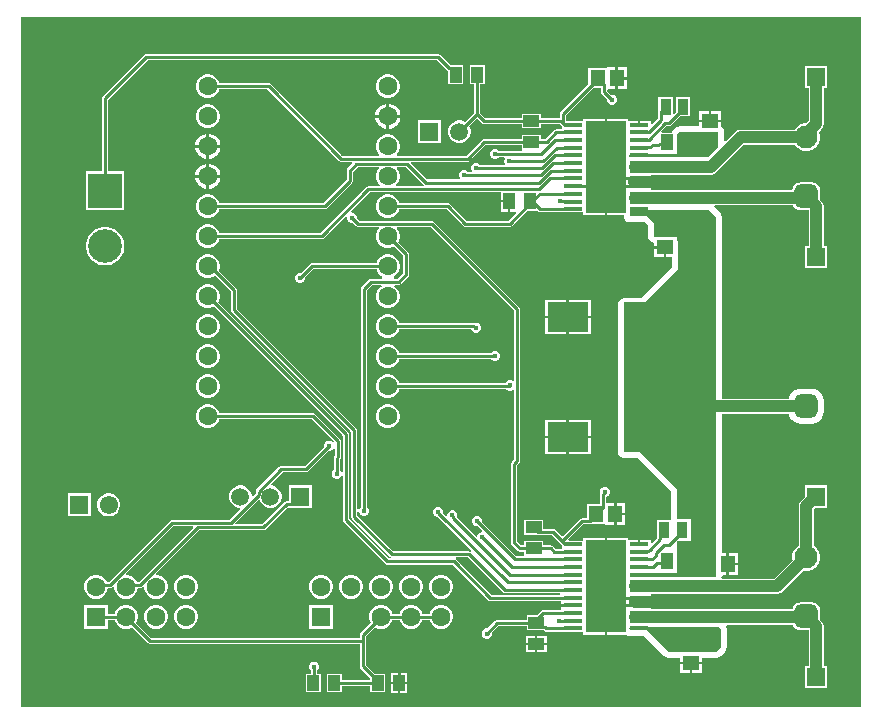
<source format=gbr>
%TF.GenerationSoftware,Altium Limited,Altium Designer,23.9.2 (47)*%
G04 Layer_Physical_Order=1*
G04 Layer_Color=255*
%FSLAX45Y45*%
%MOMM*%
%TF.SameCoordinates,FB2876E6-207A-4176-94B4-128B36F1A8A2*%
%TF.FilePolarity,Positive*%
%TF.FileFunction,Copper,L1,Top,Signal*%
%TF.Part,Single*%
G01*
G75*
%TA.AperFunction,SMDPad,CuDef*%
%ADD10R,1.00000X1.35000*%
%ADD11R,1.45620X1.30464*%
%ADD12R,3.50000X2.50000*%
%ADD13R,1.30464X1.45620*%
%ADD14R,1.35000X1.00000*%
%ADD15R,0.95000X1.35000*%
%ADD16R,1.10000X1.35000*%
%TA.AperFunction,SMDPad,SMDef*%
%ADD17R,3.40000X7.80000*%
%TA.AperFunction,SMDPad,CuDef*%
%ADD18R,1.60000X0.30000*%
%TA.AperFunction,Conductor*%
%ADD19C,1.00000*%
%ADD20C,0.25000*%
%TA.AperFunction,ComponentPad*%
%ADD21C,1.60000*%
%ADD22R,1.60000X1.60000*%
%ADD23R,1.50000X1.50000*%
%ADD24C,1.50000*%
%ADD25C,1.55000*%
%ADD26R,1.55000X1.55000*%
G04:AMPARAMS|DCode=27|XSize=2.4mm|YSize=4.6mm|CornerRadius=1.2mm|HoleSize=0mm|Usage=FLASHONLY|Rotation=0.000|XOffset=0mm|YOffset=0mm|HoleType=Round|Shape=RoundedRectangle|*
%AMROUNDEDRECTD27*
21,1,2.40000,2.20000,0,0,0.0*
21,1,0.00000,4.60000,0,0,0.0*
1,1,2.40000,0.00000,-1.10000*
1,1,2.40000,0.00000,-1.10000*
1,1,2.40000,0.00000,1.10000*
1,1,2.40000,0.00000,1.10000*
%
%ADD27ROUNDEDRECTD27*%
G04:AMPARAMS|DCode=28|XSize=1.95mm|YSize=1.95mm|CornerRadius=0.4875mm|HoleSize=0mm|Usage=FLASHONLY|Rotation=90.000|XOffset=0mm|YOffset=0mm|HoleType=Round|Shape=RoundedRectangle|*
%AMROUNDEDRECTD28*
21,1,1.95000,0.97500,0,0,90.0*
21,1,0.97500,1.95000,0,0,90.0*
1,1,0.97500,0.48750,0.48750*
1,1,0.97500,0.48750,-0.48750*
1,1,0.97500,-0.48750,-0.48750*
1,1,0.97500,-0.48750,0.48750*
%
%ADD28ROUNDEDRECTD28*%
%ADD29C,1.95000*%
%ADD30C,2.85420*%
%ADD31R,2.85420X2.85420*%
%TA.AperFunction,ViaPad*%
%ADD32C,0.50000*%
%ADD33C,0.45000*%
%ADD34C,0.60000*%
G36*
X17780000Y2540000D02*
X10668000D01*
Y8382000D01*
X17780000D01*
Y2540000D01*
D02*
G37*
%LPC*%
G36*
X15795811Y7952809D02*
X15720581D01*
Y7870000D01*
X15795811D01*
Y7952809D01*
D02*
G37*
G36*
X14200002Y8065694D02*
X11730000D01*
X11720167Y8063738D01*
X11711832Y8058168D01*
X11361835Y7708171D01*
X11356265Y7699835D01*
X11354309Y7690003D01*
Y7072612D01*
X11217293D01*
Y6747192D01*
X11542713D01*
Y7072612D01*
X11405696D01*
Y7679360D01*
X11740643Y8014306D01*
X14189359D01*
X14276831Y7926834D01*
X14285167Y7921264D01*
X14287299Y7920840D01*
Y7809802D01*
X14412698D01*
Y7970202D01*
X14314980D01*
X14312498Y7970696D01*
X14305643D01*
X14218169Y8058168D01*
X14209834Y8063738D01*
X14200002Y8065694D01*
D02*
G37*
G36*
X15795811Y7850000D02*
X15720581D01*
Y7767190D01*
X15795811D01*
Y7850000D01*
D02*
G37*
G36*
X13787666Y7894498D02*
X13761336D01*
X13735902Y7887683D01*
X13713100Y7874518D01*
X13694482Y7855899D01*
X13681316Y7833096D01*
X13674501Y7807663D01*
Y7781333D01*
X13681316Y7755900D01*
X13694482Y7733097D01*
X13713100Y7714478D01*
X13735902Y7701313D01*
X13761336Y7694498D01*
X13787666D01*
X13813100Y7701313D01*
X13835902Y7714478D01*
X13854521Y7733097D01*
X13867686Y7755900D01*
X13874501Y7781333D01*
Y7807663D01*
X13867686Y7833096D01*
X13854521Y7855899D01*
X13835902Y7874518D01*
X13813100Y7887683D01*
X13787666Y7894498D01*
D02*
G37*
G36*
X13788377Y7645898D02*
X13787201D01*
Y7553198D01*
X13879901D01*
Y7554374D01*
X13872717Y7581181D01*
X13858842Y7605215D01*
X13839218Y7624839D01*
X13815184Y7638715D01*
X13788377Y7645898D01*
D02*
G37*
G36*
X13761801D02*
X13760625D01*
X13733818Y7638715D01*
X13709784Y7624839D01*
X13690160Y7605215D01*
X13676283Y7581181D01*
X13669101Y7554374D01*
Y7553198D01*
X13761801D01*
Y7645898D01*
D02*
G37*
G36*
X16592812Y7586390D02*
X16510004D01*
Y7511158D01*
X16592812D01*
Y7586390D01*
D02*
G37*
G36*
X16490002D02*
X16407193D01*
Y7511158D01*
X16490002D01*
Y7586390D01*
D02*
G37*
G36*
X12263667Y7640498D02*
X12237336D01*
X12211903Y7633683D01*
X12189100Y7620518D01*
X12170482Y7601899D01*
X12157316Y7579096D01*
X12150501Y7553663D01*
Y7527333D01*
X12157316Y7501900D01*
X12170482Y7479097D01*
X12189100Y7460478D01*
X12211903Y7447313D01*
X12237336Y7440498D01*
X12263667D01*
X12289100Y7447313D01*
X12311902Y7460478D01*
X12330521Y7479097D01*
X12343686Y7501900D01*
X12350501Y7527333D01*
Y7553663D01*
X12343686Y7579096D01*
X12330521Y7601899D01*
X12311902Y7620518D01*
X12289100Y7633683D01*
X12263667Y7640498D01*
D02*
G37*
G36*
X13879901Y7527798D02*
X13787201D01*
Y7435098D01*
X13788377D01*
X13815184Y7442281D01*
X13839218Y7456157D01*
X13858842Y7475781D01*
X13872717Y7499815D01*
X13879901Y7526622D01*
Y7527798D01*
D02*
G37*
G36*
X13761801D02*
X13669101D01*
Y7526622D01*
X13676283Y7499815D01*
X13690160Y7475781D01*
X13709784Y7456157D01*
X13733818Y7442281D01*
X13760625Y7435098D01*
X13761801D01*
Y7527798D01*
D02*
G37*
G36*
X14592699Y7970202D02*
X14467299D01*
Y7809802D01*
X14504305D01*
Y7570638D01*
X14426511Y7492843D01*
X14416670Y7498523D01*
X14392509Y7504998D01*
X14367496D01*
X14343333Y7498523D01*
X14321671Y7486017D01*
X14303983Y7468329D01*
X14291476Y7446666D01*
X14285002Y7422505D01*
Y7397491D01*
X14291476Y7373329D01*
X14303983Y7351667D01*
X14321671Y7333979D01*
X14343333Y7321472D01*
X14367496Y7314998D01*
X14392509D01*
X14416670Y7321472D01*
X14438333Y7333979D01*
X14456020Y7351667D01*
X14468527Y7373329D01*
X14475002Y7397491D01*
Y7422505D01*
X14468527Y7446666D01*
X14462846Y7456506D01*
X14529999Y7523659D01*
X14571831Y7481827D01*
X14580167Y7476257D01*
X14589999Y7474302D01*
X14909802D01*
Y7437295D01*
X15070203D01*
Y7474302D01*
X15231860D01*
X15247301Y7458862D01*
Y7439799D01*
X15247301Y7439798D01*
X15244656Y7428193D01*
X15201254D01*
X15191422Y7426238D01*
X15183086Y7420668D01*
X15108107Y7345689D01*
X15070203D01*
Y7382695D01*
X14909802D01*
Y7345689D01*
X14589995D01*
X14580164Y7343733D01*
X14571828Y7338164D01*
X14440656Y7206992D01*
X13853009D01*
X13848149Y7218725D01*
X13854521Y7225097D01*
X13867686Y7247900D01*
X13874501Y7273333D01*
Y7299663D01*
X13867686Y7325096D01*
X13854521Y7347899D01*
X13835902Y7366518D01*
X13813100Y7379683D01*
X13787666Y7386498D01*
X13761336D01*
X13735902Y7379683D01*
X13713100Y7366518D01*
X13694482Y7347899D01*
X13681316Y7325096D01*
X13674501Y7299663D01*
Y7273333D01*
X13681316Y7247900D01*
X13694482Y7225097D01*
X13700853Y7218725D01*
X13695993Y7206992D01*
X13389345D01*
X12783670Y7812666D01*
X12775335Y7818236D01*
X12765502Y7820192D01*
X12347144D01*
X12343686Y7833096D01*
X12330521Y7855899D01*
X12311902Y7874518D01*
X12289100Y7887683D01*
X12263667Y7894498D01*
X12237336D01*
X12211903Y7887683D01*
X12189100Y7874518D01*
X12170482Y7855899D01*
X12157316Y7833096D01*
X12150501Y7807663D01*
Y7781333D01*
X12157316Y7755900D01*
X12170482Y7733097D01*
X12189100Y7714478D01*
X12211903Y7701313D01*
X12237336Y7694498D01*
X12263667D01*
X12289100Y7701313D01*
X12311902Y7714478D01*
X12330521Y7733097D01*
X12343686Y7755900D01*
X12347144Y7768804D01*
X12754859D01*
X13360535Y7163130D01*
X13368869Y7157560D01*
X13378702Y7155604D01*
X13472675D01*
X13477534Y7143871D01*
X13431831Y7098168D01*
X13426262Y7089833D01*
X13424306Y7080000D01*
Y7000643D01*
X13227855Y6804192D01*
X12347144D01*
X12343686Y6817096D01*
X12330521Y6839899D01*
X12311902Y6858518D01*
X12289100Y6871683D01*
X12263667Y6878498D01*
X12237336D01*
X12211903Y6871683D01*
X12189100Y6858518D01*
X12170482Y6839899D01*
X12157316Y6817096D01*
X12150501Y6791663D01*
Y6765333D01*
X12157316Y6739900D01*
X12170482Y6717097D01*
X12189100Y6698478D01*
X12211903Y6685313D01*
X12237336Y6678498D01*
X12263667D01*
X12289100Y6685313D01*
X12311902Y6698478D01*
X12330521Y6717097D01*
X12343686Y6739900D01*
X12347144Y6752804D01*
X13238498D01*
X13248331Y6754760D01*
X13256667Y6760330D01*
X13468169Y6971832D01*
X13473738Y6980167D01*
X13475694Y6990000D01*
Y7069357D01*
X13518341Y7112004D01*
X13695993D01*
X13700853Y7100271D01*
X13694482Y7093899D01*
X13681316Y7071096D01*
X13674501Y7045663D01*
Y7019333D01*
X13681316Y6993900D01*
X13694482Y6971097D01*
X13707184Y6958394D01*
X13701924Y6945694D01*
X13610001D01*
X13600168Y6943738D01*
X13591833Y6938169D01*
X13203854Y6550192D01*
X12347144D01*
X12343686Y6563096D01*
X12330521Y6585899D01*
X12311902Y6604518D01*
X12289100Y6617683D01*
X12263667Y6624498D01*
X12237336D01*
X12211903Y6617683D01*
X12189100Y6604518D01*
X12170482Y6585899D01*
X12157316Y6563096D01*
X12150501Y6537663D01*
Y6511333D01*
X12157316Y6485900D01*
X12170482Y6463097D01*
X12189100Y6444478D01*
X12211903Y6431313D01*
X12237336Y6424498D01*
X12263667D01*
X12289100Y6431313D01*
X12311902Y6444478D01*
X12330521Y6463097D01*
X12343686Y6485900D01*
X12347144Y6498804D01*
X13214497D01*
X13224332Y6500760D01*
X13232666Y6506330D01*
X13414807Y6688471D01*
X13427499Y6683203D01*
Y6671546D01*
X13433971Y6655926D01*
X13445926Y6643970D01*
X13461546Y6637500D01*
X13476164D01*
X13501833Y6611832D01*
X13510168Y6606262D01*
X13520000Y6604306D01*
X13696295D01*
X13701155Y6592573D01*
X13694482Y6585899D01*
X13681316Y6563096D01*
X13674501Y6537663D01*
Y6511333D01*
X13681316Y6485900D01*
X13694482Y6463097D01*
X13713100Y6444478D01*
X13735902Y6431313D01*
X13761336Y6424498D01*
X13787666D01*
X13813100Y6431313D01*
X13824670Y6437993D01*
X13904306Y6358357D01*
Y6210643D01*
X13859357Y6165694D01*
X13824748D01*
X13822678Y6168178D01*
X13825591Y6184524D01*
X13835902Y6190478D01*
X13854521Y6209097D01*
X13867686Y6231900D01*
X13874501Y6257333D01*
Y6283663D01*
X13867686Y6309096D01*
X13854521Y6331899D01*
X13835902Y6350518D01*
X13813100Y6363683D01*
X13787666Y6370498D01*
X13761336D01*
X13735902Y6363683D01*
X13713100Y6350518D01*
X13694482Y6331899D01*
X13681316Y6309096D01*
X13677858Y6296192D01*
X13130498D01*
X13120665Y6294236D01*
X13112331Y6288666D01*
X13036163Y6212500D01*
X13021545D01*
X13005927Y6206030D01*
X12993970Y6194074D01*
X12987500Y6178454D01*
Y6161546D01*
X12993970Y6145926D01*
X13005927Y6133970D01*
X13021545Y6127500D01*
X13038454D01*
X13054074Y6133970D01*
X13066029Y6145926D01*
X13072501Y6161546D01*
Y6176164D01*
X13141141Y6244804D01*
X13677858D01*
X13681316Y6231900D01*
X13694482Y6209097D01*
X13713100Y6190478D01*
X13723412Y6184524D01*
X13726324Y6168178D01*
X13724254Y6165694D01*
X13630000D01*
X13620168Y6163738D01*
X13611832Y6158168D01*
X13551833Y6098168D01*
X13546262Y6089833D01*
X13544305Y6080000D01*
Y4234410D01*
X13533971Y4224074D01*
X13527499Y4208454D01*
X13515694Y4210610D01*
Y4880000D01*
X13513737Y4889833D01*
X13508168Y4898168D01*
X12495694Y5910643D01*
Y6070000D01*
X12493738Y6079833D01*
X12488168Y6088168D01*
X12343845Y6232491D01*
X12350501Y6257333D01*
Y6283663D01*
X12343686Y6309096D01*
X12330521Y6331899D01*
X12311902Y6350518D01*
X12289100Y6363683D01*
X12263667Y6370498D01*
X12237336D01*
X12211903Y6363683D01*
X12189100Y6350518D01*
X12170482Y6331899D01*
X12157316Y6309096D01*
X12150501Y6283663D01*
Y6257333D01*
X12157316Y6231900D01*
X12170482Y6209097D01*
X12189100Y6190478D01*
X12211903Y6177313D01*
X12237336Y6170498D01*
X12263667D01*
X12289100Y6177313D01*
X12311902Y6190478D01*
X12312544Y6191120D01*
X12444306Y6059357D01*
Y5900000D01*
X12446262Y5890168D01*
X12451832Y5881832D01*
X13464307Y4869358D01*
Y4150000D01*
X13466261Y4140167D01*
X13471832Y4131832D01*
X13791832Y3811832D01*
X13796977Y3808394D01*
X13793156Y3795694D01*
X13780643D01*
X13445694Y4130642D01*
Y4846999D01*
X13443738Y4856832D01*
X13438168Y4865167D01*
X12337006Y5966329D01*
X12343686Y5977900D01*
X12350501Y6003333D01*
Y6029663D01*
X12343686Y6055096D01*
X12330521Y6077899D01*
X12311902Y6096518D01*
X12289100Y6109683D01*
X12263667Y6116498D01*
X12237336D01*
X12211903Y6109683D01*
X12189100Y6096518D01*
X12170482Y6077899D01*
X12157316Y6055096D01*
X12150501Y6029663D01*
Y6003333D01*
X12157316Y5977900D01*
X12170482Y5955097D01*
X12189100Y5936478D01*
X12211903Y5923313D01*
X12237336Y5916498D01*
X12263667D01*
X12289100Y5923313D01*
X12300670Y5929993D01*
X13394305Y4836357D01*
Y4520610D01*
X13382500Y4518454D01*
X13376030Y4534074D01*
X13365694Y4544410D01*
Y4637064D01*
X13368169Y4639538D01*
X13373738Y4647874D01*
X13375694Y4657706D01*
Y4790000D01*
X13373738Y4799833D01*
X13368169Y4808168D01*
X13157671Y5018666D01*
X13149335Y5024236D01*
X13139502Y5026192D01*
X12347144D01*
X12343686Y5039096D01*
X12330521Y5061899D01*
X12311902Y5080518D01*
X12289100Y5093683D01*
X12263667Y5100498D01*
X12237336D01*
X12211903Y5093683D01*
X12189100Y5080518D01*
X12170482Y5061899D01*
X12157316Y5039096D01*
X12150501Y5013663D01*
Y4987333D01*
X12157316Y4961900D01*
X12170482Y4939097D01*
X12189100Y4920478D01*
X12211903Y4907313D01*
X12237336Y4900498D01*
X12263667D01*
X12289100Y4907313D01*
X12311902Y4920478D01*
X12330521Y4939097D01*
X12343686Y4961900D01*
X12347144Y4974804D01*
X13128859D01*
X13317772Y4785892D01*
X13317540Y4785125D01*
X13303177Y4781527D01*
X13298674Y4786030D01*
X13283054Y4792500D01*
X13266145D01*
X13250526Y4786030D01*
X13238570Y4774074D01*
X13232100Y4758454D01*
Y4741546D01*
X13233011Y4739347D01*
X13073196Y4579533D01*
X12872134D01*
X12862302Y4577577D01*
X12853966Y4572007D01*
X12661632Y4379674D01*
X12656062Y4371338D01*
X12654106Y4361506D01*
Y4342740D01*
X12632733Y4321367D01*
X12621000Y4326227D01*
Y4332508D01*
X12614525Y4356670D01*
X12602018Y4378333D01*
X12584331Y4396020D01*
X12562668Y4408527D01*
X12538507Y4415001D01*
X12513493D01*
X12489331Y4408527D01*
X12467669Y4396020D01*
X12449981Y4378333D01*
X12437474Y4356670D01*
X12431000Y4332508D01*
Y4307495D01*
X12437474Y4283333D01*
X12449981Y4261670D01*
X12467669Y4243983D01*
X12489331Y4231476D01*
X12513493Y4225002D01*
X12519774D01*
X12524635Y4213268D01*
X12432060Y4120694D01*
X11947225D01*
X11937392Y4118738D01*
X11929057Y4113168D01*
X11409857Y3593969D01*
X11396354D01*
X11396185Y3594598D01*
X11383020Y3617401D01*
X11364401Y3636020D01*
X11341598Y3649185D01*
X11316165Y3656000D01*
X11289835D01*
X11264402Y3649185D01*
X11241599Y3636020D01*
X11222980Y3617401D01*
X11209815Y3594598D01*
X11203000Y3569165D01*
Y3542835D01*
X11209815Y3517402D01*
X11222980Y3494599D01*
X11241599Y3475980D01*
X11264402Y3462815D01*
X11289835Y3456000D01*
X11316165D01*
X11341598Y3462815D01*
X11364401Y3475980D01*
X11383020Y3494599D01*
X11396185Y3517402D01*
X11402932Y3542581D01*
X11420500D01*
X11430332Y3544537D01*
X11438668Y3550107D01*
X11445267Y3556706D01*
X11457000Y3551846D01*
Y3542835D01*
X11463815Y3517402D01*
X11476980Y3494599D01*
X11495599Y3475980D01*
X11518402Y3462815D01*
X11543835Y3456000D01*
X11570165D01*
X11595598Y3462815D01*
X11618401Y3475980D01*
X11637020Y3494599D01*
X11650185Y3517402D01*
X11656932Y3542581D01*
X11674500D01*
X11684332Y3544537D01*
X11692668Y3550107D01*
X11699267Y3556706D01*
X11711000Y3551846D01*
Y3542835D01*
X11717815Y3517402D01*
X11730980Y3494599D01*
X11749599Y3475980D01*
X11772402Y3462815D01*
X11797835Y3456000D01*
X11824165D01*
X11849598Y3462815D01*
X11872401Y3475980D01*
X11891020Y3494599D01*
X11904185Y3517402D01*
X11911000Y3542835D01*
Y3569165D01*
X11904185Y3594598D01*
X11891020Y3617401D01*
X11872401Y3636020D01*
X11849598Y3649185D01*
X11824165Y3656000D01*
X11815154D01*
X11810294Y3667733D01*
X12176867Y4034306D01*
X12720000D01*
X12729833Y4036262D01*
X12738168Y4041832D01*
X12926300Y4229964D01*
X12939000Y4227356D01*
Y4225002D01*
X13128999D01*
Y4415001D01*
X12939000D01*
Y4283195D01*
X12917500D01*
X12907669Y4281239D01*
X12899333Y4275670D01*
X12709357Y4085694D01*
X12486326D01*
X12481466Y4097427D01*
X12677400Y4293362D01*
X12689668Y4290075D01*
X12691474Y4283333D01*
X12703981Y4261670D01*
X12721669Y4243983D01*
X12743331Y4231476D01*
X12767493Y4225002D01*
X12792507D01*
X12816669Y4231476D01*
X12838332Y4243983D01*
X12856018Y4261670D01*
X12868526Y4283333D01*
X12875000Y4307495D01*
Y4332508D01*
X12868526Y4356670D01*
X12856018Y4378333D01*
X12838332Y4396020D01*
X12816669Y4408527D01*
X12792507Y4415001D01*
X12786225D01*
X12781365Y4426735D01*
X12882776Y4528146D01*
X13083839D01*
X13093672Y4530101D01*
X13102008Y4535671D01*
X13273837Y4707500D01*
X13283054D01*
X13298674Y4713970D01*
X13310629Y4725926D01*
X13311606Y4728283D01*
X13324306Y4725757D01*
Y4668349D01*
X13321832Y4665874D01*
X13316261Y4657539D01*
X13314307Y4647706D01*
Y4544410D01*
X13303970Y4534074D01*
X13297501Y4518454D01*
Y4501546D01*
X13303970Y4485926D01*
X13315926Y4473970D01*
X13331546Y4467500D01*
X13348454D01*
X13364075Y4473970D01*
X13376030Y4485926D01*
X13382500Y4501546D01*
X13394305Y4499390D01*
Y4120000D01*
X13396262Y4110167D01*
X13401833Y4101832D01*
X13751833Y3751832D01*
X13760167Y3746262D01*
X13770000Y3744306D01*
X14324519D01*
X14624492Y3444334D01*
X14632828Y3438765D01*
X14642661Y3436809D01*
X15229085D01*
X15239999Y3432499D01*
Y3407499D01*
X15339999D01*
Y3387499D01*
X15239999D01*
Y3362499D01*
X15229083Y3358194D01*
X15090002D01*
X15080170Y3356238D01*
X15071834Y3350668D01*
X15033867Y3312702D01*
X14949799D01*
Y3275695D01*
X14700002D01*
X14690169Y3273739D01*
X14681833Y3268170D01*
X14616164Y3202500D01*
X14601546D01*
X14585925Y3196030D01*
X14573970Y3184074D01*
X14567500Y3168454D01*
Y3151546D01*
X14573970Y3135926D01*
X14585925Y3123970D01*
X14601546Y3117500D01*
X14618454D01*
X14634074Y3123970D01*
X14646030Y3135926D01*
X14652499Y3151546D01*
Y3166164D01*
X14710645Y3224308D01*
X14949799D01*
Y3187302D01*
X15065018D01*
X15067499Y3186808D01*
X15094354D01*
X15096832Y3184330D01*
X15105168Y3178760D01*
X15115001Y3176804D01*
X15247301D01*
Y3174798D01*
X15429999D01*
Y3149998D01*
X15609999D01*
Y3559998D01*
Y3969998D01*
X15429999D01*
Y3945198D01*
X15308127D01*
X15303267Y3956931D01*
X15430331Y4083996D01*
X15486690D01*
X15489171Y4084489D01*
X15615346D01*
Y4077189D01*
X15690578D01*
Y4169999D01*
Y4262809D01*
X15617847D01*
Y4317500D01*
X15618454D01*
X15634074Y4323970D01*
X15646030Y4335926D01*
X15652499Y4351546D01*
Y4368454D01*
X15646030Y4384074D01*
X15634074Y4396030D01*
X15618454Y4402500D01*
X15601546D01*
X15585925Y4396030D01*
X15573970Y4384074D01*
X15567500Y4368454D01*
Y4351546D01*
X15569122Y4347631D01*
X15568414Y4346572D01*
X15566458Y4336740D01*
Y4255509D01*
X15461488D01*
Y4135383D01*
X15419688D01*
X15409856Y4133427D01*
X15401521Y4127857D01*
X15251250Y3977585D01*
X15188164Y4040670D01*
X15179828Y4046240D01*
X15169997Y4048196D01*
X15090199D01*
Y4122702D01*
X14929800D01*
Y3997302D01*
X15045018D01*
X15047501Y3996808D01*
X15159354D01*
X15247301Y3908861D01*
Y3889798D01*
X15247301Y3889798D01*
X15244656Y3878193D01*
X15194394D01*
X15174417Y3898171D01*
X15166081Y3903740D01*
X15156248Y3905696D01*
X15090199D01*
Y3942702D01*
X14929800D01*
Y3905696D01*
X14900639D01*
X14865694Y3940643D01*
Y4581667D01*
X14888568Y4604541D01*
X14894138Y4612877D01*
X14896094Y4622709D01*
Y5549600D01*
X14895694Y5551611D01*
Y5910000D01*
X14893738Y5919832D01*
X14888168Y5928168D01*
X14168169Y6648168D01*
X14159831Y6653738D01*
X14150000Y6655694D01*
X13530643D01*
X13512500Y6673837D01*
Y6688454D01*
X13506030Y6704074D01*
X13494073Y6716030D01*
X13478455Y6722500D01*
X13466797D01*
X13461530Y6735193D01*
X13620644Y6894307D01*
X14729999D01*
Y6830000D01*
X14799998D01*
Y6820000D01*
X14809999D01*
Y6732501D01*
X14855701D01*
X14860962Y6719801D01*
X14796855Y6655694D01*
X14440643D01*
X14299670Y6796666D01*
X14291335Y6802236D01*
X14281502Y6804192D01*
X13871144D01*
X13867686Y6817096D01*
X13854521Y6839899D01*
X13835902Y6858518D01*
X13813100Y6871683D01*
X13787666Y6878498D01*
X13761336D01*
X13735902Y6871683D01*
X13713100Y6858518D01*
X13694482Y6839899D01*
X13681316Y6817096D01*
X13674501Y6791663D01*
Y6765333D01*
X13681316Y6739900D01*
X13694482Y6717097D01*
X13713100Y6698478D01*
X13735902Y6685313D01*
X13761336Y6678498D01*
X13787666D01*
X13813100Y6685313D01*
X13835902Y6698478D01*
X13854521Y6717097D01*
X13867686Y6739900D01*
X13871144Y6752804D01*
X14270859D01*
X14411832Y6611832D01*
X14420168Y6606262D01*
X14430000Y6604306D01*
X14807497D01*
X14817329Y6606262D01*
X14825665Y6611832D01*
X14953635Y6739801D01*
X15041365D01*
X15046835Y6734330D01*
X15055171Y6728761D01*
X15065002Y6726805D01*
X15247301D01*
Y6724799D01*
X15429999D01*
Y6699999D01*
X15609999D01*
Y7109998D01*
Y7519998D01*
X15429999D01*
Y7495198D01*
X15296440D01*
X15284445Y7499995D01*
Y7551107D01*
X15507828Y7774490D01*
X15576460D01*
Y7747845D01*
X15578416Y7738013D01*
X15583986Y7729677D01*
X15627499Y7686163D01*
Y7671546D01*
X15633971Y7655926D01*
X15645926Y7643970D01*
X15661546Y7637500D01*
X15678455D01*
X15694073Y7643970D01*
X15706030Y7655926D01*
X15712500Y7671546D01*
Y7688454D01*
X15706030Y7704074D01*
X15694073Y7716030D01*
X15678455Y7722500D01*
X15663837D01*
X15631847Y7754490D01*
X15637106Y7767190D01*
X15700581D01*
Y7860000D01*
Y7952809D01*
X15625349D01*
Y7945509D01*
X15471490D01*
Y7810826D01*
X15240582Y7579918D01*
X15235013Y7571582D01*
X15233058Y7561750D01*
Y7525689D01*
X15070203D01*
Y7562695D01*
X14909802D01*
Y7525689D01*
X14600641D01*
X14555693Y7570638D01*
Y7809802D01*
X14592699D01*
Y7970202D01*
D02*
G37*
G36*
X17495001Y7965002D02*
X17305000D01*
Y7775002D01*
X17336073D01*
Y7497184D01*
X17318391Y7479502D01*
X17301535D01*
X17271651Y7471495D01*
X17244856Y7456025D01*
X17222980Y7434149D01*
X17218234Y7425930D01*
X16761649D01*
X16737183Y7421064D01*
X16716444Y7407206D01*
X16716443Y7407205D01*
X16635078Y7325840D01*
X16623346Y7330700D01*
Y7405203D01*
X16619466Y7424712D01*
X16608414Y7441251D01*
X16592812Y7451676D01*
Y7491159D01*
X16500003D01*
X16407193D01*
Y7456183D01*
X16244060D01*
X16224551Y7452302D01*
X16208012Y7441251D01*
X16189581Y7422821D01*
X16178531Y7406282D01*
X16177321Y7400201D01*
X16094669D01*
X16089807Y7411934D01*
X16133171Y7455297D01*
X16155991D01*
X16165823Y7457253D01*
X16174158Y7462823D01*
X16251135Y7539800D01*
X16335199D01*
Y7700200D01*
X16214799D01*
Y7576136D01*
X16196935Y7558272D01*
X16185202Y7563133D01*
Y7700200D01*
X16064803D01*
Y7587486D01*
X16064307Y7584999D01*
Y7520645D01*
X16011732Y7468067D01*
X15999998Y7472927D01*
Y7502498D01*
X15909999D01*
Y7467498D01*
X15889999D01*
Y7502498D01*
X15809999D01*
Y7519998D01*
X15629999D01*
Y7109998D01*
Y6699999D01*
X15769569D01*
Y6694657D01*
X15771478Y6685051D01*
X15773444Y6675161D01*
X15773485Y6675062D01*
X15773489Y6675056D01*
X15773489Y6675049D01*
X15778896Y6666959D01*
X15784531Y6658520D01*
X15784537Y6658516D01*
X15784541Y6658510D01*
X15792755Y6653022D01*
X15801067Y6647465D01*
X15801074Y6647463D01*
X15801080Y6647459D01*
X15810872Y6645511D01*
X15820575Y6643579D01*
X15820583Y6643580D01*
X15820589Y6643579D01*
X15947868D01*
X15976004Y6615444D01*
Y6525362D01*
X15979884Y6505853D01*
X15990935Y6489314D01*
X15996243Y6484005D01*
X16012782Y6472954D01*
X16027188Y6470088D01*
Y6439421D01*
X16119998D01*
Y6429421D01*
X16129997D01*
Y6344189D01*
X16183041D01*
Y6266048D01*
X15914879Y5997886D01*
X15771399D01*
X15751891Y5994006D01*
X15749487Y5992400D01*
X15745598D01*
Y5989801D01*
X15735352Y5982955D01*
X15724300Y5966416D01*
X15720419Y5946907D01*
Y4700000D01*
X15724300Y4680491D01*
X15735352Y4663952D01*
X15751891Y4652901D01*
X15771399Y4649020D01*
X15888884D01*
X16173627Y4364278D01*
Y4132902D01*
X16163203Y4120202D01*
X16054799D01*
Y4007488D01*
X16054305Y4005001D01*
Y3967180D01*
X16011732Y3924607D01*
X15999998Y3929468D01*
Y3952498D01*
X15909999D01*
Y3917498D01*
X15889999D01*
Y3952498D01*
X15809999D01*
Y3969998D01*
X15629999D01*
Y3559998D01*
Y3149998D01*
X15795229D01*
X15800813Y3146266D01*
X15808881Y3140785D01*
X15809077Y3140745D01*
X15809244Y3140633D01*
X15818813Y3138730D01*
X15828358Y3136754D01*
X15828555Y3136792D01*
X15828754Y3136752D01*
X15945580D01*
X16112556Y2969776D01*
X16129095Y2958725D01*
X16148604Y2954844D01*
X16247192D01*
Y2919423D01*
X16340002D01*
X16432812D01*
Y2954844D01*
X16555533D01*
X16575043Y2958725D01*
X16591582Y2969776D01*
X16628227Y3006422D01*
X16639278Y3022961D01*
X16643159Y3042470D01*
Y3199888D01*
X16639278Y3219397D01*
X16636623Y3223370D01*
X16643411Y3236070D01*
X17202612D01*
X17208202Y3222581D01*
X17219221Y3208220D01*
X17233582Y3197200D01*
X17250307Y3190273D01*
X17268254Y3187910D01*
X17336073D01*
Y2885002D01*
X17305000D01*
Y2695002D01*
X17495001D01*
Y2885002D01*
X17463930D01*
Y3223006D01*
X17459064Y3247471D01*
X17445206Y3268210D01*
X17435097Y3278318D01*
Y3354753D01*
X17432735Y3372700D01*
X17425807Y3389425D01*
X17414787Y3403786D01*
X17400426Y3414806D01*
X17383701Y3421734D01*
X17365755Y3424096D01*
X17268254D01*
X17250307Y3421734D01*
X17233582Y3414806D01*
X17219221Y3403786D01*
X17208202Y3389425D01*
X17201273Y3372700D01*
X17200117Y3363927D01*
X15999998D01*
Y3387499D01*
X15899998D01*
Y3407499D01*
X15999998D01*
Y3427503D01*
Y3452503D01*
X15899998D01*
Y3472503D01*
X15999998D01*
Y3496070D01*
X17071001D01*
X17095464Y3500936D01*
X17116203Y3514794D01*
X17292368Y3690958D01*
X17301535Y3688502D01*
X17332474D01*
X17362357Y3696509D01*
X17389149Y3711979D01*
X17411028Y3733855D01*
X17426495Y3760649D01*
X17434505Y3790533D01*
Y3821471D01*
X17426495Y3851355D01*
X17411028Y3878149D01*
X17389149Y3900025D01*
X17380933Y3904770D01*
Y4210524D01*
X17395409Y4225002D01*
X17495001D01*
Y4415001D01*
X17305000D01*
Y4315410D01*
X17271800Y4282209D01*
X17257942Y4261469D01*
X17253075Y4237004D01*
Y3904770D01*
X17244856Y3900025D01*
X17222980Y3878149D01*
X17207510Y3851355D01*
X17199504Y3821471D01*
Y3790533D01*
X17201961Y3781367D01*
X17044521Y3623926D01*
X16607956D01*
X16607233Y3624297D01*
X16598518Y3636626D01*
X16599036Y3639219D01*
X16600980Y3648904D01*
X16609581Y3657190D01*
X16640579D01*
Y3750000D01*
Y3842810D01*
X16600980D01*
Y4379986D01*
X16600983Y4380003D01*
Y4780004D01*
Y5020075D01*
X17170650D01*
X17172046Y5009474D01*
X17181996Y4985452D01*
X17197824Y4964824D01*
X17218452Y4948995D01*
X17242474Y4939045D01*
X17268254Y4935651D01*
X17365755D01*
X17391533Y4939045D01*
X17415555Y4948995D01*
X17436183Y4964824D01*
X17452013Y4985452D01*
X17461961Y5009474D01*
X17465356Y5035253D01*
Y5132753D01*
X17461961Y5158532D01*
X17452013Y5182554D01*
X17436183Y5203182D01*
X17415555Y5219011D01*
X17391533Y5228961D01*
X17365755Y5232355D01*
X17268254D01*
X17242474Y5228961D01*
X17218452Y5219011D01*
X17197824Y5203182D01*
X17181996Y5182554D01*
X17172046Y5158532D01*
X17170650Y5147931D01*
X16600983D01*
X16600983Y6690000D01*
X16597102Y6709509D01*
X16586052Y6726048D01*
X16538728Y6773371D01*
X16543990Y6786071D01*
X17205098D01*
X17208202Y6778581D01*
X17219221Y6764220D01*
X17233582Y6753200D01*
X17250307Y6746273D01*
X17268254Y6743910D01*
X17336073D01*
Y6445000D01*
X17305000D01*
Y6255000D01*
X17495001D01*
Y6445000D01*
X17463930D01*
Y6779006D01*
X17459064Y6803471D01*
X17445206Y6824210D01*
X17435097Y6834318D01*
Y6910753D01*
X17432735Y6928700D01*
X17425807Y6945425D01*
X17414787Y6959786D01*
X17400426Y6970806D01*
X17383701Y6977734D01*
X17365755Y6980096D01*
X17268254D01*
X17250307Y6977734D01*
X17233582Y6970806D01*
X17219221Y6959786D01*
X17208202Y6945425D01*
X17201273Y6928700D01*
X17199329Y6913927D01*
X15999998D01*
Y6937499D01*
X15899998D01*
Y6957499D01*
X15999998D01*
Y6977498D01*
Y7002498D01*
X15899998D01*
Y7022498D01*
X15999998D01*
Y7046070D01*
X16509650D01*
X16534116Y7050937D01*
X16554854Y7064794D01*
X16788129Y7298074D01*
X17218234D01*
X17222980Y7289855D01*
X17244856Y7267979D01*
X17271651Y7252509D01*
X17301535Y7244502D01*
X17332474D01*
X17362357Y7252509D01*
X17389149Y7267979D01*
X17411028Y7289855D01*
X17426495Y7316649D01*
X17434505Y7346533D01*
Y7377471D01*
X17426614Y7406910D01*
X17445206Y7425500D01*
X17459064Y7446239D01*
X17463930Y7470704D01*
Y7775002D01*
X17495001D01*
Y7965002D01*
D02*
G37*
G36*
X14221002Y7504998D02*
X14031001D01*
Y7314998D01*
X14221002D01*
Y7504998D01*
D02*
G37*
G36*
X12264378Y7391898D02*
X12263201D01*
Y7299198D01*
X12355901D01*
Y7300374D01*
X12348718Y7327181D01*
X12334842Y7351215D01*
X12315218Y7370839D01*
X12291184Y7384715D01*
X12264378Y7391898D01*
D02*
G37*
G36*
X12237801D02*
X12236625D01*
X12209818Y7384715D01*
X12185784Y7370839D01*
X12166160Y7351215D01*
X12152284Y7327181D01*
X12145101Y7300374D01*
Y7299198D01*
X12237801D01*
Y7391898D01*
D02*
G37*
G36*
X12355901Y7273798D02*
X12263201D01*
Y7181098D01*
X12264378D01*
X12291184Y7188281D01*
X12315218Y7202157D01*
X12334842Y7221781D01*
X12348718Y7245815D01*
X12355901Y7272622D01*
Y7273798D01*
D02*
G37*
G36*
X12237801D02*
X12145101D01*
Y7272622D01*
X12152284Y7245815D01*
X12166160Y7221781D01*
X12185784Y7202157D01*
X12209818Y7188281D01*
X12236625Y7181098D01*
X12237801D01*
Y7273798D01*
D02*
G37*
G36*
X12264378Y7137898D02*
X12263201D01*
Y7045198D01*
X12355901D01*
Y7046374D01*
X12348718Y7073181D01*
X12334842Y7097215D01*
X12315218Y7116839D01*
X12291184Y7130715D01*
X12264378Y7137898D01*
D02*
G37*
G36*
X12237801D02*
X12236625D01*
X12209818Y7130715D01*
X12185784Y7116839D01*
X12166160Y7097215D01*
X12152284Y7073181D01*
X12145101Y7046374D01*
Y7045198D01*
X12237801D01*
Y7137898D01*
D02*
G37*
G36*
X12355901Y7019798D02*
X12263201D01*
Y6927098D01*
X12264378D01*
X12291184Y6934281D01*
X12315218Y6948157D01*
X12334842Y6967781D01*
X12348718Y6991815D01*
X12355901Y7018622D01*
Y7019798D01*
D02*
G37*
G36*
X12237801D02*
X12145101D01*
Y7018622D01*
X12152284Y6991815D01*
X12166160Y6967781D01*
X12185784Y6948157D01*
X12209818Y6934281D01*
X12236625Y6927098D01*
X12237801D01*
Y7019798D01*
D02*
G37*
G36*
X14789999Y6810000D02*
X14729999D01*
Y6732501D01*
X14789999D01*
Y6810000D01*
D02*
G37*
G36*
X16109998Y6419421D02*
X16027188D01*
Y6344189D01*
X16109998D01*
Y6419421D01*
D02*
G37*
G36*
X11396028Y6602712D02*
X11363977D01*
X11332542Y6596460D01*
X11302931Y6584194D01*
X11276281Y6566387D01*
X11253618Y6543724D01*
X11235811Y6517074D01*
X11223545Y6487463D01*
X11217293Y6456028D01*
Y6423977D01*
X11223545Y6392542D01*
X11235811Y6362930D01*
X11253618Y6336281D01*
X11276281Y6313617D01*
X11302931Y6295811D01*
X11332542Y6283545D01*
X11363977Y6277293D01*
X11396028D01*
X11427463Y6283545D01*
X11457075Y6295811D01*
X11483724Y6313617D01*
X11506388Y6336281D01*
X11524194Y6362930D01*
X11536460Y6392542D01*
X11542713Y6423977D01*
Y6456028D01*
X11536460Y6487463D01*
X11524194Y6517074D01*
X11506388Y6543724D01*
X11483724Y6566387D01*
X11457075Y6584194D01*
X11427463Y6596460D01*
X11396028Y6602712D01*
D02*
G37*
G36*
X15491002Y5987000D02*
X15306001D01*
Y5852000D01*
X15491002D01*
Y5987000D01*
D02*
G37*
G36*
X15286002D02*
X15101003D01*
Y5852000D01*
X15286002D01*
Y5987000D01*
D02*
G37*
G36*
X15491002Y5832000D02*
X15306001D01*
Y5697000D01*
X15491002D01*
Y5832000D01*
D02*
G37*
G36*
X15286002D02*
X15101003D01*
Y5697000D01*
X15286002D01*
Y5832000D01*
D02*
G37*
G36*
X12263667Y5862498D02*
X12237336D01*
X12211903Y5855683D01*
X12189100Y5842518D01*
X12170482Y5823899D01*
X12157316Y5801096D01*
X12150501Y5775663D01*
Y5749333D01*
X12157316Y5723900D01*
X12170482Y5701097D01*
X12189100Y5682478D01*
X12211903Y5669313D01*
X12237336Y5662498D01*
X12263667D01*
X12289100Y5669313D01*
X12311902Y5682478D01*
X12330521Y5701097D01*
X12343686Y5723900D01*
X12350501Y5749333D01*
Y5775663D01*
X12343686Y5801096D01*
X12330521Y5823899D01*
X12311902Y5842518D01*
X12289100Y5855683D01*
X12263667Y5862498D01*
D02*
G37*
G36*
Y5608498D02*
X12237336D01*
X12211903Y5601683D01*
X12189100Y5588518D01*
X12170482Y5569899D01*
X12157316Y5547096D01*
X12150501Y5521663D01*
Y5495333D01*
X12157316Y5469900D01*
X12170482Y5447097D01*
X12189100Y5428478D01*
X12211903Y5415313D01*
X12237336Y5408498D01*
X12263667D01*
X12289100Y5415313D01*
X12311902Y5428478D01*
X12330521Y5447097D01*
X12343686Y5469900D01*
X12350501Y5495333D01*
Y5521663D01*
X12343686Y5547096D01*
X12330521Y5569899D01*
X12311902Y5588518D01*
X12289100Y5601683D01*
X12263667Y5608498D01*
D02*
G37*
G36*
Y5354498D02*
X12237336D01*
X12211903Y5347683D01*
X12189100Y5334518D01*
X12170482Y5315899D01*
X12157316Y5293096D01*
X12150501Y5267663D01*
Y5241333D01*
X12157316Y5215900D01*
X12170482Y5193097D01*
X12189100Y5174478D01*
X12211903Y5161313D01*
X12237336Y5154498D01*
X12263667D01*
X12289100Y5161313D01*
X12311902Y5174478D01*
X12330521Y5193097D01*
X12343686Y5215900D01*
X12350501Y5241333D01*
Y5267663D01*
X12343686Y5293096D01*
X12330521Y5315899D01*
X12311902Y5334518D01*
X12289100Y5347683D01*
X12263667Y5354498D01*
D02*
G37*
G36*
X15491002Y4971000D02*
X15306001D01*
Y4836000D01*
X15491002D01*
Y4971000D01*
D02*
G37*
G36*
X15286002D02*
X15101003D01*
Y4836000D01*
X15286002D01*
Y4971000D01*
D02*
G37*
G36*
X15491002Y4816000D02*
X15306001D01*
Y4681000D01*
X15491002D01*
Y4816000D01*
D02*
G37*
G36*
X15286002D02*
X15101003D01*
Y4681000D01*
X15286002D01*
Y4816000D01*
D02*
G37*
G36*
X15785809Y4262809D02*
X15710577D01*
Y4179999D01*
X15785809D01*
Y4262809D01*
D02*
G37*
G36*
X11422836Y4347499D02*
X11397164D01*
X11372366Y4340854D01*
X11350134Y4328019D01*
X11331981Y4309865D01*
X11319145Y4287633D01*
X11312500Y4262835D01*
Y4237163D01*
X11319145Y4212365D01*
X11331981Y4190133D01*
X11350134Y4171980D01*
X11372366Y4159144D01*
X11397164Y4152499D01*
X11422836D01*
X11447634Y4159144D01*
X11469866Y4171980D01*
X11488019Y4190133D01*
X11500855Y4212365D01*
X11507500Y4237163D01*
Y4262835D01*
X11500855Y4287633D01*
X11488019Y4309865D01*
X11469866Y4328019D01*
X11447634Y4340854D01*
X11422836Y4347499D01*
D02*
G37*
G36*
X11257498D02*
X11062498D01*
Y4152499D01*
X11257498D01*
Y4347499D01*
D02*
G37*
G36*
X15785809Y4159999D02*
X15710577D01*
Y4077189D01*
X15785809D01*
Y4159999D01*
D02*
G37*
G36*
X16735811Y3842810D02*
X16660579D01*
Y3760000D01*
X16735811D01*
Y3842810D01*
D02*
G37*
G36*
Y3740000D02*
X16660579D01*
Y3657190D01*
X16735811D01*
Y3740000D01*
D02*
G37*
G36*
X14237164Y3656000D02*
X14210835D01*
X14185402Y3649185D01*
X14162599Y3636020D01*
X14143980Y3617401D01*
X14130815Y3594598D01*
X14124001Y3569165D01*
Y3542835D01*
X14130815Y3517402D01*
X14143980Y3494599D01*
X14162599Y3475980D01*
X14185402Y3462815D01*
X14210835Y3456000D01*
X14237164D01*
X14262598Y3462815D01*
X14285400Y3475980D01*
X14304021Y3494599D01*
X14317184Y3517402D01*
X14324001Y3542835D01*
Y3569165D01*
X14317184Y3594598D01*
X14304021Y3617401D01*
X14285400Y3636020D01*
X14262598Y3649185D01*
X14237164Y3656000D01*
D02*
G37*
G36*
X13983165D02*
X13956834D01*
X13931403Y3649185D01*
X13908598Y3636020D01*
X13889980Y3617401D01*
X13876814Y3594598D01*
X13870000Y3569165D01*
Y3542835D01*
X13876814Y3517402D01*
X13889980Y3494599D01*
X13908598Y3475980D01*
X13931403Y3462815D01*
X13956834Y3456000D01*
X13983165D01*
X14008598Y3462815D01*
X14031401Y3475980D01*
X14050020Y3494599D01*
X14063185Y3517402D01*
X14070000Y3542835D01*
Y3569165D01*
X14063185Y3594598D01*
X14050020Y3617401D01*
X14031401Y3636020D01*
X14008598Y3649185D01*
X13983165Y3656000D01*
D02*
G37*
G36*
X13729166D02*
X13702835D01*
X13677402Y3649185D01*
X13654599Y3636020D01*
X13635980Y3617401D01*
X13622815Y3594598D01*
X13616000Y3569165D01*
Y3542835D01*
X13622815Y3517402D01*
X13635980Y3494599D01*
X13654599Y3475980D01*
X13677402Y3462815D01*
X13702835Y3456000D01*
X13729166D01*
X13754597Y3462815D01*
X13777402Y3475980D01*
X13796021Y3494599D01*
X13809184Y3517402D01*
X13816000Y3542835D01*
Y3569165D01*
X13809184Y3594598D01*
X13796021Y3617401D01*
X13777402Y3636020D01*
X13754597Y3649185D01*
X13729166Y3656000D01*
D02*
G37*
G36*
X13475165D02*
X13448836D01*
X13423402Y3649185D01*
X13400600Y3636020D01*
X13381979Y3617401D01*
X13368816Y3594598D01*
X13362000Y3569165D01*
Y3542835D01*
X13368816Y3517402D01*
X13381979Y3494599D01*
X13400600Y3475980D01*
X13423402Y3462815D01*
X13448836Y3456000D01*
X13475165D01*
X13500598Y3462815D01*
X13523401Y3475980D01*
X13542020Y3494599D01*
X13555185Y3517402D01*
X13562000Y3542835D01*
Y3569165D01*
X13555185Y3594598D01*
X13542020Y3617401D01*
X13523401Y3636020D01*
X13500598Y3649185D01*
X13475165Y3656000D01*
D02*
G37*
G36*
X13221165D02*
X13194835D01*
X13169402Y3649185D01*
X13146599Y3636020D01*
X13127980Y3617401D01*
X13114815Y3594598D01*
X13108000Y3569165D01*
Y3542835D01*
X13114815Y3517402D01*
X13127980Y3494599D01*
X13146599Y3475980D01*
X13169402Y3462815D01*
X13194835Y3456000D01*
X13221165D01*
X13246597Y3462815D01*
X13269402Y3475980D01*
X13288020Y3494599D01*
X13301186Y3517402D01*
X13308000Y3542835D01*
Y3569165D01*
X13301186Y3594598D01*
X13288020Y3617401D01*
X13269402Y3636020D01*
X13246597Y3649185D01*
X13221165Y3656000D01*
D02*
G37*
G36*
X12078165D02*
X12051835D01*
X12026402Y3649185D01*
X12003599Y3636020D01*
X11984980Y3617401D01*
X11971815Y3594598D01*
X11965000Y3569165D01*
Y3542835D01*
X11971815Y3517402D01*
X11984980Y3494599D01*
X12003599Y3475980D01*
X12026402Y3462815D01*
X12051835Y3456000D01*
X12078165D01*
X12103598Y3462815D01*
X12126401Y3475980D01*
X12145020Y3494599D01*
X12158185Y3517402D01*
X12165000Y3542835D01*
Y3569165D01*
X12158185Y3594598D01*
X12145020Y3617401D01*
X12126401Y3636020D01*
X12103598Y3649185D01*
X12078165Y3656000D01*
D02*
G37*
G36*
X14237164Y3402000D02*
X14210835D01*
X14185402Y3395185D01*
X14162599Y3382020D01*
X14143980Y3363401D01*
X14130815Y3340598D01*
X14127357Y3327694D01*
X14066643D01*
X14063185Y3340598D01*
X14050020Y3363401D01*
X14031401Y3382020D01*
X14008598Y3395185D01*
X13983165Y3402000D01*
X13956834D01*
X13931403Y3395185D01*
X13908598Y3382020D01*
X13889980Y3363401D01*
X13876814Y3340598D01*
X13873357Y3327694D01*
X13812643D01*
X13809184Y3340598D01*
X13796021Y3363401D01*
X13777402Y3382020D01*
X13754597Y3395185D01*
X13729166Y3402000D01*
X13702835D01*
X13677402Y3395185D01*
X13654599Y3382020D01*
X13635980Y3363401D01*
X13622815Y3340598D01*
X13616000Y3315165D01*
Y3288835D01*
X13622815Y3263402D01*
X13629495Y3251831D01*
X13546581Y3168917D01*
X13541011Y3160582D01*
X13539055Y3150749D01*
Y3125694D01*
X11769643D01*
X11643505Y3251831D01*
X11650185Y3263402D01*
X11657000Y3288835D01*
Y3315165D01*
X11650185Y3340598D01*
X11637020Y3363401D01*
X11618401Y3382020D01*
X11595598Y3395185D01*
X11570165Y3402000D01*
X11543835D01*
X11518402Y3395185D01*
X11495599Y3382020D01*
X11476980Y3363401D01*
X11463815Y3340598D01*
X11460357Y3327694D01*
X11403000D01*
Y3402000D01*
X11203000D01*
Y3202000D01*
X11403000D01*
Y3276306D01*
X11460357D01*
X11463815Y3263402D01*
X11476980Y3240599D01*
X11495599Y3221980D01*
X11518402Y3208815D01*
X11543835Y3202000D01*
X11570165D01*
X11595598Y3208815D01*
X11607169Y3215495D01*
X11740832Y3081832D01*
X11749168Y3076262D01*
X11759000Y3074306D01*
X13538855D01*
X13539055Y3074106D01*
Y2880748D01*
X13541011Y2870916D01*
X13546581Y2862580D01*
X13624298Y2784863D01*
Y2766693D01*
X13384700D01*
Y2821200D01*
X13259300D01*
Y2660800D01*
X13384700D01*
Y2715306D01*
X13624298D01*
Y2660800D01*
X13749698D01*
Y2821200D01*
X13660634D01*
X13590443Y2891391D01*
Y3084749D01*
Y3140106D01*
X13665831Y3215495D01*
X13677402Y3208815D01*
X13702835Y3202000D01*
X13729166D01*
X13754597Y3208815D01*
X13777402Y3221980D01*
X13796021Y3240599D01*
X13809184Y3263402D01*
X13812643Y3276306D01*
X13873357D01*
X13876814Y3263402D01*
X13889980Y3240599D01*
X13908598Y3221980D01*
X13931403Y3208815D01*
X13956834Y3202000D01*
X13983165D01*
X14008598Y3208815D01*
X14031401Y3221980D01*
X14050020Y3240599D01*
X14063185Y3263402D01*
X14066643Y3276306D01*
X14127357D01*
X14130815Y3263402D01*
X14143980Y3240599D01*
X14162599Y3221980D01*
X14185402Y3208815D01*
X14210835Y3202000D01*
X14237164D01*
X14262598Y3208815D01*
X14285400Y3221980D01*
X14304021Y3240599D01*
X14317184Y3263402D01*
X14324001Y3288835D01*
Y3315165D01*
X14317184Y3340598D01*
X14304021Y3363401D01*
X14285400Y3382020D01*
X14262598Y3395185D01*
X14237164Y3402000D01*
D02*
G37*
G36*
X13308000D02*
X13108000D01*
Y3202000D01*
X13308000D01*
Y3402000D01*
D02*
G37*
G36*
X12078165D02*
X12051835D01*
X12026402Y3395185D01*
X12003599Y3382020D01*
X11984980Y3363401D01*
X11971815Y3340598D01*
X11965000Y3315165D01*
Y3288835D01*
X11971815Y3263402D01*
X11984980Y3240599D01*
X12003599Y3221980D01*
X12026402Y3208815D01*
X12051835Y3202000D01*
X12078165D01*
X12103598Y3208815D01*
X12126401Y3221980D01*
X12145020Y3240599D01*
X12158185Y3263402D01*
X12165000Y3288835D01*
Y3315165D01*
X12158185Y3340598D01*
X12145020Y3363401D01*
X12126401Y3382020D01*
X12103598Y3395185D01*
X12078165Y3402000D01*
D02*
G37*
G36*
X11824165D02*
X11797835D01*
X11772402Y3395185D01*
X11749599Y3382020D01*
X11730980Y3363401D01*
X11717815Y3340598D01*
X11711000Y3315165D01*
Y3288835D01*
X11717815Y3263402D01*
X11730980Y3240599D01*
X11749599Y3221980D01*
X11772402Y3208815D01*
X11797835Y3202000D01*
X11824165D01*
X11849598Y3208815D01*
X11872401Y3221980D01*
X11891020Y3240599D01*
X11904185Y3263402D01*
X11911000Y3288835D01*
Y3315165D01*
X11904185Y3340598D01*
X11891020Y3363401D01*
X11872401Y3382020D01*
X11849598Y3395185D01*
X11824165Y3402000D01*
D02*
G37*
G36*
X15117499Y3140002D02*
X15039998D01*
Y3080002D01*
X15117499D01*
Y3140002D01*
D02*
G37*
G36*
X15019998D02*
X14942499D01*
Y3080002D01*
X15019998D01*
Y3140002D01*
D02*
G37*
G36*
X15117499Y3060002D02*
X15039998D01*
Y3000002D01*
X15117499D01*
Y3060002D01*
D02*
G37*
G36*
X15019998D02*
X14942499D01*
Y3000002D01*
X15019998D01*
Y3060002D01*
D02*
G37*
G36*
X16432812Y2899423D02*
X16350003D01*
Y2824191D01*
X16432812D01*
Y2899423D01*
D02*
G37*
G36*
X16330003D02*
X16247192D01*
Y2824191D01*
X16330003D01*
Y2899423D01*
D02*
G37*
G36*
X13937003Y2828500D02*
X13877002D01*
Y2751000D01*
X13937003D01*
Y2828500D01*
D02*
G37*
G36*
X13857002D02*
X13797003D01*
Y2751000D01*
X13857002D01*
Y2828500D01*
D02*
G37*
G36*
X13158453Y2922500D02*
X13141547D01*
X13125926Y2916030D01*
X13113969Y2904074D01*
X13107500Y2888454D01*
Y2871546D01*
X13113969Y2855926D01*
X13124306Y2845590D01*
Y2821200D01*
X13079300D01*
Y2660800D01*
X13204700D01*
Y2821200D01*
X13175694D01*
Y2845590D01*
X13186031Y2855926D01*
X13192500Y2871546D01*
Y2888454D01*
X13186031Y2904074D01*
X13174074Y2916030D01*
X13158453Y2922500D01*
D02*
G37*
G36*
X13937003Y2731000D02*
X13877002D01*
Y2653500D01*
X13937003D01*
Y2731000D01*
D02*
G37*
G36*
X13857002D02*
X13797003D01*
Y2653500D01*
X13857002D01*
Y2731000D01*
D02*
G37*
%LPD*%
G36*
X14909802Y7257296D02*
X14909802D01*
X14907152Y7245694D01*
X14714410D01*
X14704074Y7256030D01*
X14688454Y7262500D01*
X14671545D01*
X14655927Y7256030D01*
X14643970Y7244074D01*
X14637500Y7228454D01*
Y7211546D01*
X14643970Y7195926D01*
X14655927Y7183970D01*
X14671545Y7177500D01*
X14688454D01*
X14704074Y7183970D01*
X14714410Y7194306D01*
X14758009D01*
X14763113Y7181606D01*
X14757500Y7168054D01*
Y7151146D01*
X14763113Y7137594D01*
X14758009Y7124894D01*
X14555209D01*
X14544073Y7136030D01*
X14528455Y7142500D01*
X14511546D01*
X14495926Y7136030D01*
X14483971Y7124074D01*
X14477499Y7108454D01*
Y7091546D01*
X14483446Y7077194D01*
X14478809Y7064494D01*
X14455611D01*
X14444073Y7076030D01*
X14428455Y7082500D01*
X14411546D01*
X14395926Y7076030D01*
X14383971Y7064074D01*
X14377499Y7048454D01*
Y7031546D01*
X14383971Y7015926D01*
X14384068Y7015827D01*
X14379208Y7004094D01*
X14105305D01*
X13965527Y7143871D01*
X13970387Y7155604D01*
X14451299D01*
X14461131Y7157560D01*
X14469466Y7163130D01*
X14600638Y7294302D01*
X14909802D01*
Y7257296D01*
D02*
G37*
G36*
X14076494Y6960232D02*
X14079245Y6958394D01*
X14075392Y6945694D01*
X13847079D01*
X13841818Y6958394D01*
X13854521Y6971097D01*
X13867686Y6993900D01*
X13874501Y7019333D01*
Y7045663D01*
X13867686Y7071096D01*
X13854521Y7093899D01*
X13848149Y7100271D01*
X13853009Y7112004D01*
X13924722D01*
X14076494Y6960232D01*
D02*
G37*
G36*
X14844305Y5899357D02*
Y5550000D01*
X14844707Y5547989D01*
Y5301991D01*
X14832005Y5296886D01*
X14818454Y5302500D01*
X14801546D01*
X14785925Y5296030D01*
X14773970Y5284074D01*
X14773502Y5282943D01*
X13870407D01*
X13867686Y5293096D01*
X13854521Y5315899D01*
X13835902Y5334518D01*
X13813100Y5347683D01*
X13787666Y5354498D01*
X13761336D01*
X13735902Y5347683D01*
X13713100Y5334518D01*
X13694482Y5315899D01*
X13681316Y5293096D01*
X13674501Y5267663D01*
Y5241333D01*
X13681316Y5215900D01*
X13694482Y5193097D01*
X13713100Y5174478D01*
X13735902Y5161313D01*
X13761336Y5154498D01*
X13787666D01*
X13813100Y5161313D01*
X13835902Y5174478D01*
X13854521Y5193097D01*
X13867686Y5215900D01*
X13871881Y5231555D01*
X14778342D01*
X14785925Y5223970D01*
X14801546Y5217500D01*
X14818454D01*
X14832005Y5223114D01*
X14844707Y5218009D01*
Y4633352D01*
X14821832Y4610477D01*
X14816261Y4602142D01*
X14814307Y4592309D01*
Y3930000D01*
X14816261Y3920167D01*
X14821832Y3911832D01*
X14871831Y3861834D01*
X14880165Y3856265D01*
X14889998Y3854309D01*
X14929800D01*
Y3817303D01*
X14918802Y3813194D01*
X14863142D01*
X14572501Y4103836D01*
Y4118454D01*
X14566029Y4134074D01*
X14554074Y4146030D01*
X14538454Y4152500D01*
X14521545D01*
X14505927Y4146030D01*
X14493970Y4134074D01*
X14487500Y4118454D01*
Y4101546D01*
X14493970Y4085926D01*
X14505927Y4073970D01*
X14521545Y4067500D01*
X14536163D01*
X14572777Y4030886D01*
X14567517Y4018186D01*
X14565860D01*
X14550240Y4011716D01*
X14538284Y3999761D01*
X14532671Y3986208D01*
X14520081Y3980838D01*
X14358655Y4142263D01*
X14362500Y4151546D01*
Y4168454D01*
X14356030Y4184074D01*
X14344073Y4196030D01*
X14328455Y4202500D01*
X14311546D01*
X14295926Y4196030D01*
X14283971Y4184074D01*
X14277499Y4168454D01*
Y4156797D01*
X14264809Y4151529D01*
X14240242Y4176095D01*
X14242500Y4181546D01*
Y4198454D01*
X14236031Y4214074D01*
X14224074Y4226030D01*
X14208453Y4232500D01*
X14191547D01*
X14175926Y4226030D01*
X14163969Y4214074D01*
X14157500Y4198454D01*
Y4181546D01*
X14163969Y4165926D01*
X14175926Y4153970D01*
X14191547Y4147500D01*
X14196164D01*
X14482065Y3861599D01*
X14473969Y3851734D01*
X14470972Y3853738D01*
X14461137Y3855694D01*
X13820644D01*
X13515694Y4160643D01*
Y4189390D01*
X13527499Y4191546D01*
X13533971Y4175926D01*
X13545926Y4163970D01*
X13561546Y4157500D01*
X13578455D01*
X13594073Y4163970D01*
X13606030Y4175926D01*
X13612500Y4191546D01*
Y4208454D01*
X13606030Y4224074D01*
X13595694Y4234410D01*
Y6069357D01*
X13640643Y6114306D01*
X13718510D01*
X13721915Y6101606D01*
X13713100Y6096518D01*
X13694482Y6077899D01*
X13681316Y6055096D01*
X13674501Y6029663D01*
Y6003333D01*
X13681316Y5977900D01*
X13694482Y5955097D01*
X13713100Y5936478D01*
X13735902Y5923313D01*
X13761336Y5916498D01*
X13787666D01*
X13813100Y5923313D01*
X13835902Y5936478D01*
X13854521Y5955097D01*
X13867686Y5977900D01*
X13874501Y6003333D01*
Y6029663D01*
X13867686Y6055096D01*
X13854521Y6077899D01*
X13835902Y6096518D01*
X13827089Y6101606D01*
X13830492Y6114306D01*
X13870000D01*
X13879832Y6116262D01*
X13888168Y6121832D01*
X13948167Y6181832D01*
X13953738Y6190168D01*
X13955695Y6200000D01*
Y6368999D01*
X13953738Y6378832D01*
X13948167Y6387167D01*
X13861006Y6474329D01*
X13867686Y6485900D01*
X13874501Y6511333D01*
Y6537663D01*
X13867686Y6563096D01*
X13854521Y6585899D01*
X13847847Y6592573D01*
X13852707Y6604306D01*
X14139357D01*
X14844305Y5899357D01*
D02*
G37*
G36*
X12127462Y4057573D02*
X11663857Y3593969D01*
X11650354D01*
X11650185Y3594598D01*
X11637020Y3617401D01*
X11618401Y3636020D01*
X11595598Y3649185D01*
X11570165Y3656000D01*
X11561154D01*
X11556294Y3667733D01*
X11957867Y4069306D01*
X12122601D01*
X12127462Y4057573D01*
D02*
G37*
G36*
X14745470Y3509333D02*
X14753804Y3503763D01*
X14763637Y3501808D01*
X15230373D01*
X15234277Y3495002D01*
X15230373Y3488196D01*
X14653304D01*
X14353331Y3788168D01*
X14348186Y3791606D01*
X14352007Y3804306D01*
X14450494D01*
X14745470Y3509333D01*
D02*
G37*
%LPC*%
G36*
X13787666Y5862498D02*
X13761336D01*
X13735902Y5855683D01*
X13713100Y5842518D01*
X13694482Y5823899D01*
X13681316Y5801096D01*
X13674501Y5775663D01*
Y5749333D01*
X13681316Y5723900D01*
X13694482Y5701097D01*
X13713100Y5682478D01*
X13735902Y5669313D01*
X13761336Y5662498D01*
X13787666D01*
X13813100Y5669313D01*
X13835902Y5682478D01*
X13854521Y5701097D01*
X13867686Y5723900D01*
X13871144Y5736804D01*
X14479465D01*
X14483971Y5725926D01*
X14495926Y5713970D01*
X14511546Y5707500D01*
X14528455D01*
X14544073Y5713970D01*
X14556030Y5725926D01*
X14562500Y5741546D01*
Y5758454D01*
X14556030Y5774074D01*
X14544073Y5786030D01*
X14528455Y5792500D01*
X14511546D01*
X14501144Y5788192D01*
X13871144D01*
X13867686Y5801096D01*
X13854521Y5823899D01*
X13835902Y5842518D01*
X13813100Y5855683D01*
X13787666Y5862498D01*
D02*
G37*
G36*
Y5608498D02*
X13761336D01*
X13735902Y5601683D01*
X13713100Y5588518D01*
X13694482Y5569899D01*
X13681316Y5547096D01*
X13674501Y5521663D01*
Y5495333D01*
X13681316Y5469900D01*
X13694482Y5447097D01*
X13713100Y5428478D01*
X13735902Y5415313D01*
X13761336Y5408498D01*
X13787666D01*
X13813100Y5415313D01*
X13835902Y5428478D01*
X13854521Y5447097D01*
X13867686Y5469900D01*
X13871346Y5483555D01*
X14646341D01*
X14655927Y5473970D01*
X14671545Y5467500D01*
X14688454D01*
X14704074Y5473970D01*
X14716029Y5485926D01*
X14722501Y5501546D01*
Y5518454D01*
X14716029Y5534074D01*
X14704074Y5546030D01*
X14688454Y5552500D01*
X14671545D01*
X14655927Y5546030D01*
X14644839Y5534942D01*
X13870943D01*
X13867686Y5547096D01*
X13854521Y5569899D01*
X13835902Y5588518D01*
X13813100Y5601683D01*
X13787666Y5608498D01*
D02*
G37*
G36*
Y5100498D02*
X13761336D01*
X13735902Y5093683D01*
X13713100Y5080518D01*
X13694482Y5061899D01*
X13681316Y5039096D01*
X13674501Y5013663D01*
Y4987333D01*
X13681316Y4961900D01*
X13694482Y4939097D01*
X13713100Y4920478D01*
X13735902Y4907313D01*
X13761336Y4900498D01*
X13787666D01*
X13813100Y4907313D01*
X13835902Y4920478D01*
X13854521Y4939097D01*
X13867686Y4961900D01*
X13874501Y4987333D01*
Y5013663D01*
X13867686Y5039096D01*
X13854521Y5061899D01*
X13835902Y5080518D01*
X13813100Y5093683D01*
X13787666Y5100498D01*
D02*
G37*
%LPD*%
G36*
X16572366Y7274996D02*
X16490077Y7192706D01*
X15819563D01*
Y7213494D01*
X15828577Y7222441D01*
X15964870Y7221439D01*
X16213753D01*
X16219414Y7227101D01*
X16220398D01*
Y7228085D01*
X16225630Y7233316D01*
Y7386773D01*
X16244060Y7405203D01*
X16572366D01*
Y7274996D01*
D02*
G37*
G36*
X16550005Y6690000D02*
X16550003Y4780004D01*
Y4380003D01*
X16550000Y4380000D01*
Y3648997D01*
X16541003Y3640033D01*
X15829330Y3642602D01*
X15820564Y3651791D01*
X15821431Y3671703D01*
X16214590D01*
X16219994Y3677105D01*
X16220403D01*
Y3677515D01*
X16224606Y3681717D01*
Y3943270D01*
X16228438Y3947102D01*
X16337901D01*
Y4132902D01*
X16224606D01*
Y4385394D01*
X15910001Y4700000D01*
X15771399D01*
Y5946907D01*
X15935995D01*
X16234021Y6244932D01*
Y6475983D01*
X16218208Y6491796D01*
Y6520052D01*
X16032292D01*
X16026984Y6525362D01*
Y6636560D01*
X15968985Y6694558D01*
X15820589D01*
X15820547Y6694657D01*
Y6745520D01*
X15822136Y6747620D01*
X16492384D01*
X16550005Y6690000D01*
D02*
G37*
G36*
X16592178Y3199888D02*
Y3042470D01*
X16555533Y3005824D01*
X16148604D01*
X15966696Y3187732D01*
X15828754D01*
X15819843Y3196782D01*
X15820152Y3216919D01*
X16575148D01*
X16592178Y3199888D01*
D02*
G37*
D10*
X13686998Y2741000D02*
D03*
X13867001D02*
D03*
X13142000D02*
D03*
X13322000D02*
D03*
X14799998Y6820001D02*
D03*
X14979997D02*
D03*
X14349998Y7890002D02*
D03*
X14529999D02*
D03*
D11*
X16340002Y3070576D02*
D03*
Y2909423D02*
D03*
X16500003Y7501158D02*
D03*
Y7340001D02*
D03*
X16119998Y6429421D02*
D03*
Y6590579D02*
D03*
D12*
X15945998Y5842000D02*
D03*
X15296002D02*
D03*
X15945998Y4826000D02*
D03*
X15296002D02*
D03*
D13*
X16650578Y3750000D02*
D03*
X16489426D02*
D03*
X15710580Y7860000D02*
D03*
X15549423D02*
D03*
X15700578Y4169999D02*
D03*
X15539420D02*
D03*
D14*
X14990002Y7319996D02*
D03*
Y7499995D02*
D03*
X15010001Y3880002D02*
D03*
Y4060002D02*
D03*
X15029999Y3070002D02*
D03*
Y3250002D02*
D03*
D15*
X16274998Y7620000D02*
D03*
X16125002D02*
D03*
X16265002Y4040002D02*
D03*
X16114999D02*
D03*
D16*
X16279997Y7320001D02*
D03*
X16139998D02*
D03*
X16280003Y3770005D02*
D03*
X16140002D02*
D03*
D17*
X15620000Y3559998D02*
D03*
Y7109998D02*
D03*
D18*
X15899998Y3917498D02*
D03*
Y3852499D02*
D03*
Y3787501D02*
D03*
Y3722502D02*
D03*
Y3657498D02*
D03*
Y3592500D02*
D03*
Y3527501D02*
D03*
Y3462503D02*
D03*
Y3397499D02*
D03*
Y3332500D02*
D03*
Y3267502D02*
D03*
Y3202498D02*
D03*
X15339999D02*
D03*
Y3267502D02*
D03*
Y3332500D02*
D03*
Y3397499D02*
D03*
Y3462503D02*
D03*
Y3527501D02*
D03*
Y3592500D02*
D03*
Y3657498D02*
D03*
Y3722502D02*
D03*
Y3787501D02*
D03*
Y3852499D02*
D03*
Y3917498D02*
D03*
X15899998Y7467498D02*
D03*
Y7402500D02*
D03*
Y7337501D02*
D03*
Y7272503D02*
D03*
Y7207499D02*
D03*
Y7142500D02*
D03*
Y7077502D02*
D03*
Y7012498D02*
D03*
Y6947499D02*
D03*
Y6882501D02*
D03*
Y6817502D02*
D03*
Y6752499D02*
D03*
X15339999D02*
D03*
Y6817502D02*
D03*
Y6882501D02*
D03*
Y6947499D02*
D03*
Y7012498D02*
D03*
Y7077502D02*
D03*
Y7142500D02*
D03*
Y7207499D02*
D03*
Y7272503D02*
D03*
Y7337501D02*
D03*
Y7402500D02*
D03*
Y7467498D02*
D03*
D19*
X15870000Y3430000D02*
X16100000D01*
X15860001Y6980000D02*
X16080000D01*
X15870001Y6849999D02*
X17305000D01*
X15870001Y7109998D02*
X16509650D01*
X15870001Y3299998D02*
X17310999D01*
X15870001Y3559998D02*
X17071001D01*
X16254004Y5084003D02*
X17317004D01*
X15996001Y4826000D02*
X16254004Y5084003D01*
X15945998Y4826000D02*
X15996001D01*
X17400002Y6350000D02*
Y6779006D01*
X17317004Y6862003D02*
X17400002Y6779006D01*
X17317004Y7387707D02*
X17400002Y7470704D01*
Y7870002D01*
X17317004Y7362002D02*
Y7387707D01*
Y3306003D02*
X17400002Y3223006D01*
Y2790002D02*
Y3223006D01*
X17317004Y3806002D02*
Y4237004D01*
X17400002Y4320002D01*
X17310999Y3299998D02*
X17317004Y3306003D01*
X17071001Y3559998D02*
X17317004Y3806002D01*
X17305000Y6849999D02*
X17317004Y6862003D01*
X16761649Y7362002D02*
X17317004D01*
X16509650Y7109998D02*
X16761649Y7362002D01*
D20*
X15750002Y3365002D02*
Y3370001D01*
X15777499Y3397499D02*
X15899998D01*
X15750002Y3370001D02*
X15777499Y3397499D01*
X15750002Y3490000D02*
X15777499Y3462503D01*
X15899998D01*
X15750002Y3490000D02*
Y3494999D01*
X15777499Y7012498D02*
X15860001D01*
X15777499Y6947499D02*
X15860001D01*
X15750002Y6914998D02*
Y6920002D01*
X15777499Y6947499D01*
X15750002Y7039996D02*
X15777499Y7012498D01*
X15750002Y7039996D02*
Y7045000D01*
X15339999Y6947499D02*
X15462498D01*
X15490002Y6919997D01*
Y6914998D02*
Y6919997D01*
X13630000Y6140000D02*
X13870000D01*
X13930000Y6200000D02*
Y6368999D01*
X13870000Y6140000D02*
X13930000Y6200000D01*
X13570000Y6080000D02*
X13630000Y6140000D01*
X13570000Y4200000D02*
Y6080000D01*
X13030000Y6170000D02*
X13130498Y6270498D01*
X13774501D01*
Y6524498D02*
X13930000Y6368999D01*
X13470000Y6680000D02*
X13520000Y6630000D01*
X14150000D01*
X13610001Y6920001D02*
X15057503D01*
X13214497Y6524498D02*
X13610001Y6920001D01*
X12250501Y6524498D02*
X13214497D01*
X12250501Y6778498D02*
X13238498D01*
X13450000Y6990000D02*
Y7080000D01*
X13238498Y6778498D02*
X13450000Y6990000D01*
X14150000Y6630000D02*
X14870000Y5910000D01*
X13774501Y6778498D02*
X14281502D01*
X14997499Y6820002D02*
X14997501D01*
X15057503Y6920001D02*
X15150002Y7012498D01*
X13935365Y7137698D02*
X14094662Y6978400D01*
X13378702Y7181298D02*
X14451299D01*
X14094662Y6978400D02*
X15056892D01*
X13507698Y7137698D02*
X13935365D01*
X13450000Y7080000D02*
X13507698Y7137698D01*
X14870000Y5550000D02*
Y5910000D01*
X14281502Y6778498D02*
X14430000Y6630000D01*
X14807497D01*
X14997499Y6820002D01*
X14839999Y3930000D02*
Y4592309D01*
X14870399Y4622709D01*
Y5549600D01*
X14870000Y5550000D02*
X14870399Y5549600D01*
X14889998Y3880002D02*
X15010001D01*
X14839999Y3930000D02*
X14889998Y3880002D01*
X14200000Y4180000D02*
X14787500Y3592500D01*
X13420000Y4120000D02*
Y4846999D01*
X13339999Y4647706D02*
X13350000Y4657706D01*
Y4790000D01*
X13083839Y4553839D02*
X13274600Y4744600D01*
X13139502Y5000498D02*
X13350000Y4790000D01*
X12250501Y5000498D02*
X13139502D01*
X13274600Y4744600D02*
Y4750000D01*
X13339999Y4510000D02*
Y4647706D01*
X13420000Y4120000D02*
X13770000Y3770000D01*
X12250501Y6016498D02*
X13420000Y4846999D01*
X13489999Y4150000D02*
X13810001Y3830000D01*
X12470000Y5900000D02*
X13489999Y4880000D01*
Y4150000D02*
Y4880000D01*
X12872134Y4553839D02*
X13083839D01*
X11420500Y3568275D02*
X11947225Y4095000D01*
X12442702D01*
X12679800Y4332098D01*
Y4361506D01*
X12872134Y4553839D01*
X14700002Y3250002D02*
X15029999D01*
X14610001Y3160000D02*
X14700002Y3250002D01*
X13770000Y3770000D02*
X14335162D01*
X13810001Y3830000D02*
X14461137D01*
X13777252Y5257249D02*
X14807249D01*
X14810001Y5260000D01*
X13774501Y5254498D02*
X13777252Y5257249D01*
X13775252Y5509249D02*
X14679250D01*
X14680000Y5510000D01*
X13774501Y5508498D02*
X13775252Y5509249D01*
X14514587Y5750000D02*
X14520000D01*
X13774501Y5762498D02*
X14502090D01*
X14514587Y5750000D01*
X14320000Y4160000D02*
X14323827Y4156173D01*
Y4140755D02*
X14807083Y3657498D01*
X14323827Y4140755D02*
Y4156173D01*
X14787500Y3592500D02*
X15339999D01*
X14807083Y3657498D02*
X15339999D01*
X14827498Y3722502D02*
X15339999D01*
X14574313Y3975686D02*
X14827498Y3722502D01*
X14461137Y3830000D02*
X14763637Y3527501D01*
X15339999D01*
X14530000Y4110000D02*
X14852499Y3787501D01*
X15339999D01*
X15183752Y3852499D02*
X15339999D01*
X15010001Y3880002D02*
X15156248D01*
X15183752Y3852499D01*
X15047501Y4022502D02*
X15169997D01*
X15251250Y3941249D01*
X15010001Y4060002D02*
X15047501Y4022502D01*
X14642661Y3462503D02*
X15339999D01*
X14335162Y3770000D02*
X14642661Y3462503D01*
X14680000Y7220000D02*
X15068251D01*
X14800000Y7159600D02*
X15089600D01*
X14520000Y7100000D02*
X14520799Y7099200D01*
X15078697D01*
X15186996Y7207499D01*
X15067795Y7038800D02*
X15171495Y7142500D01*
X14421201Y7038800D02*
X15067795D01*
X14420000Y7040000D02*
X14421201Y7038800D01*
X15068251Y7220000D02*
X15185751Y7337501D01*
X15056892Y6978400D02*
X15155994Y7077502D01*
X15171495Y7142500D02*
X15339999D01*
X15155994Y7077502D02*
X15339999D01*
X15089600Y7159600D02*
X15202502Y7272503D01*
X15186996Y7207499D02*
X15339999D01*
X15202502Y7272503D02*
X15339999D01*
X15185751Y7337501D02*
X15339999D01*
X14451299Y7181298D02*
X14589995Y7319996D01*
X14990002D01*
X12250501Y7794498D02*
X12765502D01*
X13378702Y7181298D01*
X12250501Y6270498D02*
X12269502D01*
X12470000Y6070000D01*
Y5900000D02*
Y6070000D01*
X14589999Y7499995D02*
X14990002D01*
X15242503D01*
X15275000Y7467498D01*
X14990002Y7319996D02*
X15118748D01*
X15201254Y7402500D02*
X15339999D01*
X15118748Y7319996D02*
X15201254Y7402500D01*
X15090002Y3332500D02*
X15339999D01*
X15037500Y3279999D02*
X15090002Y3332500D01*
X15104997Y3212502D02*
X15115001Y3202498D01*
X15067499Y3212502D02*
X15104997D01*
X15029999Y3250002D02*
X15067499Y3212502D01*
X15115001Y3202498D02*
X15339999D01*
X15065002Y6752499D02*
X15339999D01*
X14997501Y6820002D02*
X15065002Y6752499D01*
X14997501Y6820002D02*
X15060001Y6882501D01*
X15339999D01*
X15150002Y7012498D02*
X15339999D01*
X11303000Y3556000D02*
X11315275Y3568275D01*
X11420500D01*
X14312498Y7945002D02*
X14349998Y7907502D01*
X14295000Y7945002D02*
X14312498D01*
X14200002Y8040000D02*
X14295000Y7945002D01*
X14349998Y7890002D02*
Y7907502D01*
X11730000Y8040000D02*
X14200002D01*
X11380003Y7690003D02*
X11730000Y8040000D01*
X11380003Y6909902D02*
Y7690003D01*
X15602155Y7747845D02*
Y7807268D01*
Y7747845D02*
X15670000Y7680000D01*
X15549423Y7860000D02*
X15602155Y7807268D01*
X15539420Y4169999D02*
X15592152Y4222731D01*
Y4336740D01*
X15610001Y4354588D01*
Y4360000D01*
X15251250Y3941249D02*
X15419688Y4109689D01*
X15251250Y3941249D02*
X15275000Y3917498D01*
X15339999D01*
X15539420Y4162421D02*
Y4169999D01*
X15486690Y4109689D02*
X15539420Y4162421D01*
X15419688Y4109689D02*
X15486690D01*
X15220000Y3270000D02*
X15221249Y3268751D01*
X15338751D02*
X15339999Y3267502D01*
X15221249Y3268751D02*
X15338751D01*
X15231248Y6818751D02*
X15338751D01*
X15339999Y6817502D01*
X15230000Y6820000D02*
X15231248Y6818751D01*
X15258751Y7499995D02*
Y7561750D01*
X15275000Y7467498D02*
X15339999D01*
X15258751Y7561750D02*
X15549423Y7852421D01*
Y7860000D01*
X14529999Y7559995D02*
X14589999Y7499995D01*
X14529999Y7559995D02*
Y7890002D01*
X14380002Y7409998D02*
X14529999Y7559995D01*
X12917500Y4257502D02*
X12971500D01*
X12720000Y4060000D02*
X12917500Y4257502D01*
X12971500D02*
X13034000Y4320002D01*
X12166225Y4060000D02*
X12720000D01*
X11674500Y3568275D02*
X12166225Y4060000D01*
X11569275Y3568275D02*
X11674500D01*
X11557000Y3556000D02*
X11569275Y3568275D01*
X13867001Y2881591D02*
X13880000Y2894588D01*
X13867001Y2741000D02*
Y2881591D01*
X13880000Y2894588D02*
Y2900000D01*
X13142000Y2741000D02*
X13150000Y2749000D01*
Y2880000D01*
X13564749Y2880748D02*
X13686998Y2758500D01*
X13549498Y3100000D02*
X13564749Y3084749D01*
Y3150749D01*
Y2880748D02*
Y3084749D01*
X13686998Y2741000D02*
Y2758500D01*
X13564749Y3150749D02*
X13716000Y3302000D01*
X11759000Y3100000D02*
X13549498D01*
X13322000Y2741000D02*
X13686998D01*
X13970000Y3302000D02*
X14224001D01*
X13716000D02*
X13970000D01*
X11557000D02*
X11759000Y3100000D01*
X11303000Y3302000D02*
X11557000D01*
X16072145Y7302144D02*
X16142142D01*
X16055000Y3760003D02*
X16130000D01*
X16140002Y3770005D01*
X16017499Y3722502D02*
X16055000Y3760003D01*
X15899998Y3722502D02*
X16017499D01*
X16108031Y3906495D02*
X16151494D01*
X16040288Y3838753D02*
X16108031Y3906495D01*
X16040288Y3818753D02*
Y3838753D01*
X16009036Y3787501D02*
X16040288Y3818753D01*
X15899998Y3852499D02*
X15902498Y3854999D01*
X15993462Y3869644D02*
Y3870000D01*
X15902498Y3854999D02*
X15978815D01*
X15993462Y3869644D01*
Y3870000D02*
X16079997Y3956538D01*
X15899998Y3787501D02*
X16009036D01*
X16079997Y3956538D02*
Y4005001D01*
X16114999Y4040002D01*
X16265002Y4020002D02*
Y4040002D01*
X16151494Y3906495D02*
X16265002Y4020002D01*
X16139998Y7304288D02*
Y7320001D01*
Y7304288D02*
X16142142Y7302144D01*
X16070001Y7300001D02*
X16072145Y7302144D01*
X16017499Y7300001D02*
X16070001D01*
X15992500Y7275002D02*
X16017499Y7300001D01*
X15902498Y7275002D02*
X15992500D01*
X15899998Y7272503D02*
X15902498Y7275002D01*
X15985002Y7404999D02*
X16090001Y7510003D01*
X15902498Y7404999D02*
X15985002D01*
X16090001Y7510003D02*
Y7584999D01*
X15899998Y7402500D02*
X15902498Y7404999D01*
X16090001Y7584999D02*
X16125002Y7620000D01*
X15902498Y7340001D02*
X15981538D01*
X15899998Y7337501D02*
X15902498Y7340001D01*
X15981538D02*
X16122528Y7480991D01*
X16155991D01*
X16274998Y7600000D02*
Y7620000D01*
X16155991Y7480991D02*
X16274998Y7600000D01*
D21*
X12065000Y3556000D02*
D03*
X11811000D02*
D03*
X12065000Y3302000D02*
D03*
X11811000D02*
D03*
X11557000Y3556000D02*
D03*
Y3302000D02*
D03*
X11303000Y3556000D02*
D03*
X13774501Y5000498D02*
D03*
X12250501Y7794498D02*
D03*
Y7540498D02*
D03*
Y7286498D02*
D03*
Y7032498D02*
D03*
Y6778498D02*
D03*
Y6524498D02*
D03*
Y6270498D02*
D03*
Y6016498D02*
D03*
Y5762498D02*
D03*
Y5508498D02*
D03*
Y5254498D02*
D03*
X13774501D02*
D03*
Y5508498D02*
D03*
Y5762498D02*
D03*
Y6016498D02*
D03*
Y6270498D02*
D03*
Y6524498D02*
D03*
Y6778498D02*
D03*
Y7032498D02*
D03*
Y7286498D02*
D03*
Y7540498D02*
D03*
Y7794498D02*
D03*
X12250501Y5000498D02*
D03*
X14224001Y3556000D02*
D03*
X13970000D02*
D03*
X14224001Y3302000D02*
D03*
X13970000D02*
D03*
X13716000Y3556000D02*
D03*
Y3302000D02*
D03*
X13462000Y3556000D02*
D03*
Y3302000D02*
D03*
X13208000Y3556000D02*
D03*
D22*
X11303000Y3302000D02*
D03*
X13208000D02*
D03*
D23*
X13034000Y4320002D02*
D03*
X17400002Y2790002D02*
D03*
Y4320002D02*
D03*
X14126003Y7409998D02*
D03*
X17400002Y7870002D02*
D03*
Y6350000D02*
D03*
D24*
X12780000Y4320002D02*
D03*
X12526000D02*
D03*
X14380002Y7409998D02*
D03*
D25*
X11660002Y4249999D02*
D03*
X11410000D02*
D03*
D26*
X11159998D02*
D03*
D27*
X11849999Y4949998D02*
D03*
X10970001D02*
D03*
D28*
X17317004Y6862003D02*
D03*
Y5084003D02*
D03*
Y3306003D02*
D03*
D29*
Y7362002D02*
D03*
Y5584002D02*
D03*
Y3806002D02*
D03*
D30*
X11380003Y5970102D02*
D03*
Y6440002D02*
D03*
D31*
Y6909902D02*
D03*
D32*
X14570000Y3630000D02*
D03*
X11960000Y3990000D02*
D03*
X11720000Y3740000D02*
D03*
X15070000Y6320000D02*
D03*
X16770000Y8050000D02*
D03*
X16670000Y7050000D02*
D03*
X16620000Y6980000D02*
D03*
X16080000D02*
D03*
X17480000Y5920000D02*
D03*
X16739999Y6360000D02*
D03*
X16789999Y5790000D02*
D03*
X16800000Y5270000D02*
D03*
X16810001Y4810000D02*
D03*
X16800000Y3960000D02*
D03*
X16850000Y2890000D02*
D03*
X17400000Y3560000D02*
D03*
X16100000Y3430000D02*
D03*
X16789999D02*
D03*
X13860001Y4230000D02*
D03*
X14030000Y5640000D02*
D03*
X14060001Y5390000D02*
D03*
X14239999Y4640000D02*
D03*
X14139999Y6350000D02*
D03*
X14180000Y7050000D02*
D03*
X13939999Y7010000D02*
D03*
X16299998Y3170001D02*
D03*
X16370000D02*
D03*
X16439998D02*
D03*
X16299998Y3099999D02*
D03*
X16370000D02*
D03*
X16439998D02*
D03*
X16299998Y3700003D02*
D03*
X16370000D02*
D03*
X16439998D02*
D03*
X16299998Y3770000D02*
D03*
X16370000D02*
D03*
X16439998D02*
D03*
X16430000Y7300001D02*
D03*
X16359998D02*
D03*
X16289999D02*
D03*
X16430000Y7229998D02*
D03*
X16359998D02*
D03*
X16289999D02*
D03*
X16430000Y6629999D02*
D03*
X16359998D02*
D03*
X16289999D02*
D03*
X16430000Y6700002D02*
D03*
X16359998D02*
D03*
X16289999D02*
D03*
D33*
X13030000Y6170000D02*
D03*
X13470000Y6680000D02*
D03*
X14200000Y4190000D02*
D03*
X13339999Y4510000D02*
D03*
X13274600Y4750000D02*
D03*
X14610001Y3160000D02*
D03*
X13570000Y4200000D02*
D03*
X14810001Y5260000D02*
D03*
X14680000Y5510000D02*
D03*
X14520000Y5750000D02*
D03*
X14320000Y4160000D02*
D03*
X14574313Y3975686D02*
D03*
X14530000Y4110000D02*
D03*
X14680000Y7220000D02*
D03*
X14800000Y7159600D02*
D03*
X14520000Y7100000D02*
D03*
X14420000Y7040000D02*
D03*
X15670000Y7680000D02*
D03*
X15610001Y4360000D02*
D03*
X15220000Y3270000D02*
D03*
X15230000Y6820000D02*
D03*
X13880000Y2900000D02*
D03*
X13150000Y2880000D02*
D03*
D34*
X15620000Y3235000D02*
D03*
Y3365002D02*
D03*
Y3494999D02*
D03*
Y3625002D02*
D03*
Y3754999D02*
D03*
Y3885001D02*
D03*
X15750002Y3235000D02*
D03*
Y3365002D02*
D03*
Y3494999D02*
D03*
Y3625002D02*
D03*
Y3754999D02*
D03*
Y3885001D02*
D03*
X15490002Y3235000D02*
D03*
Y3365002D02*
D03*
Y3494999D02*
D03*
Y3625002D02*
D03*
Y3754999D02*
D03*
Y3885001D02*
D03*
X15620000Y6785000D02*
D03*
Y6914998D02*
D03*
Y7045000D02*
D03*
Y7175002D02*
D03*
Y7304999D02*
D03*
Y7435002D02*
D03*
X15750002Y6785000D02*
D03*
Y6914998D02*
D03*
Y7045000D02*
D03*
Y7175002D02*
D03*
Y7304999D02*
D03*
Y7435002D02*
D03*
X15490002Y6785000D02*
D03*
Y6914998D02*
D03*
Y7045000D02*
D03*
Y7175002D02*
D03*
Y7304999D02*
D03*
Y7435002D02*
D03*
%TF.MD5,6939b50dd1b198556229b554d6689fec*%
M02*

</source>
